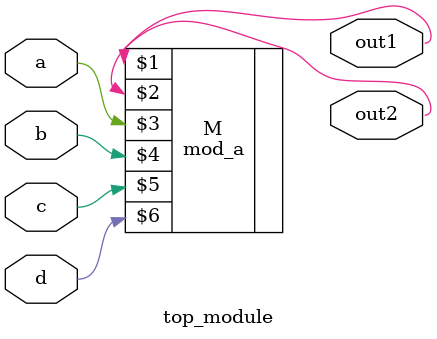
<source format=v>
module top_module ( 
    input a, 
    input b, 
    input c,
    input d,
    output out1,
    output out2
);
    mod_a M(out1, out2, a, b, c, d);
endmodule

</source>
